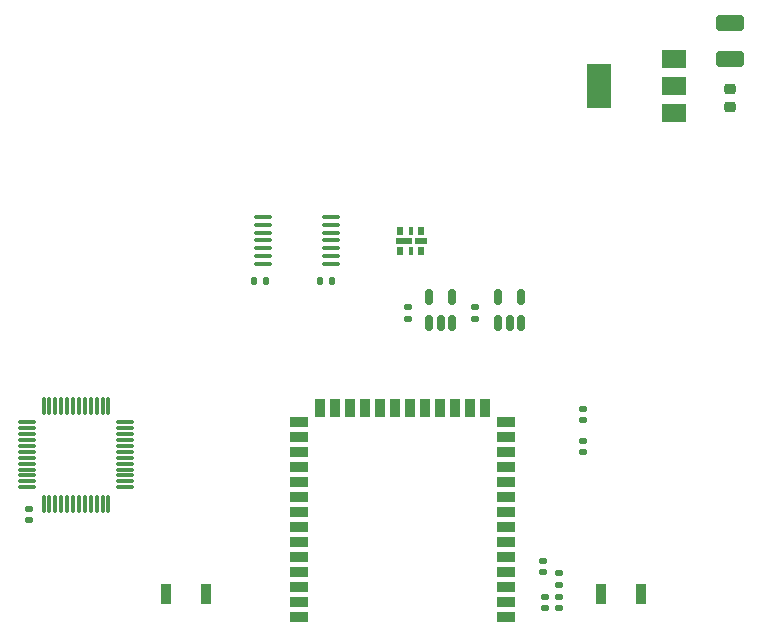
<source format=gbr>
%TF.GenerationSoftware,KiCad,Pcbnew,7.0.8*%
%TF.CreationDate,2023-11-15T16:38:26+01:00*%
%TF.ProjectId,main_board_new-3.2,6d61696e-5f62-46f6-9172-645f6e65772d,rev?*%
%TF.SameCoordinates,Original*%
%TF.FileFunction,Paste,Top*%
%TF.FilePolarity,Positive*%
%FSLAX46Y46*%
G04 Gerber Fmt 4.6, Leading zero omitted, Abs format (unit mm)*
G04 Created by KiCad (PCBNEW 7.0.8) date 2023-11-15 16:38:26*
%MOMM*%
%LPD*%
G01*
G04 APERTURE LIST*
G04 Aperture macros list*
%AMRoundRect*
0 Rectangle with rounded corners*
0 $1 Rounding radius*
0 $2 $3 $4 $5 $6 $7 $8 $9 X,Y pos of 4 corners*
0 Add a 4 corners polygon primitive as box body*
4,1,4,$2,$3,$4,$5,$6,$7,$8,$9,$2,$3,0*
0 Add four circle primitives for the rounded corners*
1,1,$1+$1,$2,$3*
1,1,$1+$1,$4,$5*
1,1,$1+$1,$6,$7*
1,1,$1+$1,$8,$9*
0 Add four rect primitives between the rounded corners*
20,1,$1+$1,$2,$3,$4,$5,0*
20,1,$1+$1,$4,$5,$6,$7,0*
20,1,$1+$1,$6,$7,$8,$9,0*
20,1,$1+$1,$8,$9,$2,$3,0*%
G04 Aperture macros list end*
%ADD10R,1.500000X0.900000*%
%ADD11R,0.900000X1.500000*%
%ADD12RoundRect,0.140000X-0.170000X0.140000X-0.170000X-0.140000X0.170000X-0.140000X0.170000X0.140000X0*%
%ADD13R,2.000000X1.500000*%
%ADD14R,2.000000X3.800000*%
%ADD15RoundRect,0.140000X0.170000X-0.140000X0.170000X0.140000X-0.170000X0.140000X-0.170000X-0.140000X0*%
%ADD16RoundRect,0.100000X0.637500X0.100000X-0.637500X0.100000X-0.637500X-0.100000X0.637500X-0.100000X0*%
%ADD17R,0.900000X1.700000*%
%ADD18RoundRect,0.150000X0.150000X-0.512500X0.150000X0.512500X-0.150000X0.512500X-0.150000X-0.512500X0*%
%ADD19RoundRect,0.250000X0.925000X-0.412500X0.925000X0.412500X-0.925000X0.412500X-0.925000X-0.412500X0*%
%ADD20RoundRect,0.135000X0.185000X-0.135000X0.185000X0.135000X-0.185000X0.135000X-0.185000X-0.135000X0*%
%ADD21RoundRect,0.140000X0.140000X0.170000X-0.140000X0.170000X-0.140000X-0.170000X0.140000X-0.170000X0*%
%ADD22RoundRect,0.225000X0.250000X-0.225000X0.250000X0.225000X-0.250000X0.225000X-0.250000X-0.225000X0*%
%ADD23R,0.500000X0.800000*%
%ADD24R,1.000000X0.500000*%
%ADD25R,0.300000X0.800000*%
%ADD26R,1.480000X0.500000*%
%ADD27RoundRect,0.075000X-0.662500X-0.075000X0.662500X-0.075000X0.662500X0.075000X-0.662500X0.075000X0*%
%ADD28RoundRect,0.075000X-0.075000X-0.662500X0.075000X-0.662500X0.075000X0.662500X-0.075000X0.662500X0*%
G04 APERTURE END LIST*
D10*
%TO.C,U34*%
X233063000Y-256870000D03*
X233063000Y-255600000D03*
X233063000Y-254330000D03*
X233063000Y-253060000D03*
X233063000Y-251790000D03*
X233063000Y-250520000D03*
X233063000Y-249250000D03*
X233063000Y-247980000D03*
X233063000Y-246710000D03*
X233063000Y-245440000D03*
X233063000Y-244170000D03*
X233063000Y-242900000D03*
X233063000Y-241630000D03*
X233063000Y-240360000D03*
D11*
X231298000Y-239110000D03*
X230028000Y-239110000D03*
X228758000Y-239110000D03*
X227488000Y-239110000D03*
X226218000Y-239110000D03*
X224948000Y-239110000D03*
X223678000Y-239110000D03*
X222408000Y-239110000D03*
X221138000Y-239110000D03*
X219868000Y-239110000D03*
X218598000Y-239110000D03*
X217328000Y-239110000D03*
D10*
X215563000Y-240360000D03*
X215563000Y-241630000D03*
X215563000Y-242900000D03*
X215563000Y-244170000D03*
X215563000Y-245440000D03*
X215563000Y-246710000D03*
X215563000Y-247980000D03*
X215563000Y-249250000D03*
X215563000Y-250520000D03*
X215563000Y-251790000D03*
X215563000Y-253060000D03*
X215563000Y-254330000D03*
X215563000Y-255600000D03*
X215563000Y-256870000D03*
%TD*%
D12*
%TO.C,C1*%
X237573000Y-255132100D03*
X237573000Y-256092100D03*
%TD*%
D13*
%TO.C,IC3*%
X247268000Y-214155000D03*
X247268000Y-211855000D03*
X247268000Y-209555000D03*
D14*
X240968000Y-211855000D03*
%TD*%
D15*
%TO.C,C6*%
X224746000Y-231576000D03*
X224746000Y-230616000D03*
%TD*%
D16*
%TO.C,IC2*%
X218254500Y-226902000D03*
X218254500Y-226252000D03*
X218254500Y-225602000D03*
X218254500Y-224952000D03*
X218254500Y-224302000D03*
X218254500Y-223652000D03*
X218254500Y-223002000D03*
X212529500Y-223002000D03*
X212529500Y-223652000D03*
X212529500Y-224302000D03*
X212529500Y-224952000D03*
X212529500Y-225602000D03*
X212529500Y-226252000D03*
X212529500Y-226902000D03*
%TD*%
D17*
%TO.C,SW2*%
X244480000Y-254845000D03*
X241080000Y-254845000D03*
%TD*%
D18*
%TO.C,U1*%
X232432000Y-231979500D03*
X233382000Y-231979500D03*
X234332000Y-231979500D03*
X234332000Y-229704500D03*
X232432000Y-229704500D03*
%TD*%
D15*
%TO.C,C2*%
X236176000Y-253044100D03*
X236176000Y-252084100D03*
%TD*%
D19*
%TO.C,C37*%
X251992000Y-209582500D03*
X251992000Y-206507500D03*
%TD*%
D20*
%TO.C,R3*%
X237573000Y-254155450D03*
X237573000Y-253135450D03*
%TD*%
D15*
%TO.C,C4*%
X239605000Y-240145600D03*
X239605000Y-239185600D03*
%TD*%
D21*
%TO.C,C12*%
X218317200Y-228352800D03*
X217357200Y-228352800D03*
%TD*%
D22*
%TO.C,C38*%
X251992000Y-213646000D03*
X251992000Y-212096000D03*
%TD*%
D12*
%TO.C,C3*%
X239595400Y-241900800D03*
X239595400Y-242860800D03*
%TD*%
D23*
%TO.C,D1*%
X225900000Y-224150000D03*
D24*
X225830000Y-225000000D03*
D25*
X225000000Y-224150000D03*
D23*
X224100000Y-224150000D03*
X224100000Y-225850000D03*
D25*
X225000000Y-225850000D03*
D26*
X224410000Y-225000000D03*
D23*
X225900000Y-225850000D03*
%TD*%
D15*
%TO.C,C5*%
X230461000Y-231562000D03*
X230461000Y-230602000D03*
%TD*%
D12*
%TO.C,C36*%
X236371000Y-255132100D03*
X236371000Y-256092100D03*
%TD*%
D15*
%TO.C,C34*%
X192683000Y-248621000D03*
X192683000Y-247661000D03*
%TD*%
D21*
%TO.C,C35*%
X212719000Y-228356000D03*
X211759000Y-228356000D03*
%TD*%
D17*
%TO.C,SW1*%
X204250000Y-254845000D03*
X207650000Y-254845000D03*
%TD*%
D18*
%TO.C,U2*%
X226590000Y-231979500D03*
X227540000Y-231979500D03*
X228490000Y-231979500D03*
X228490000Y-229704500D03*
X226590000Y-229704500D03*
%TD*%
D27*
%TO.C,IC1*%
X192499452Y-240348000D03*
X192499452Y-240848000D03*
X192499452Y-241348000D03*
X192499452Y-241848000D03*
X192499452Y-242348000D03*
X192499452Y-242848000D03*
X192499452Y-243348000D03*
X192499452Y-243848000D03*
X192499452Y-244348000D03*
X192499452Y-244848000D03*
X192499452Y-245348000D03*
X192499452Y-245848000D03*
D28*
X193911952Y-247260500D03*
X194411952Y-247260500D03*
X194911952Y-247260500D03*
X195411952Y-247260500D03*
X195911952Y-247260500D03*
X196411952Y-247260500D03*
X196911952Y-247260500D03*
X197411952Y-247260500D03*
X197911952Y-247260500D03*
X198411952Y-247260500D03*
X198911952Y-247260500D03*
X199411952Y-247260500D03*
D27*
X200824452Y-245848000D03*
X200824452Y-245348000D03*
X200824452Y-244848000D03*
X200824452Y-244348000D03*
X200824452Y-243848000D03*
X200824452Y-243348000D03*
X200824452Y-242848000D03*
X200824452Y-242348000D03*
X200824452Y-241848000D03*
X200824452Y-241348000D03*
X200824452Y-240848000D03*
X200824452Y-240348000D03*
D28*
X199411952Y-238935500D03*
X198911952Y-238935500D03*
X198411952Y-238935500D03*
X197911952Y-238935500D03*
X197411952Y-238935500D03*
X196911952Y-238935500D03*
X196411952Y-238935500D03*
X195911952Y-238935500D03*
X195411952Y-238935500D03*
X194911952Y-238935500D03*
X194411952Y-238935500D03*
X193911952Y-238935500D03*
%TD*%
M02*

</source>
